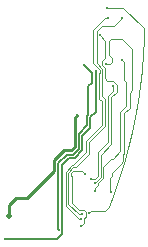
<source format=gbr>
G04 #@! TF.GenerationSoftware,KiCad,Pcbnew,7.0.10-7.0.10~ubuntu20.04.1*
G04 #@! TF.CreationDate,2024-01-02T22:15:02+00:00*
G04 #@! TF.ProjectId,yote,796f7465-2e6b-4696-9361-645f70636258,rev?*
G04 #@! TF.SameCoordinates,Original*
G04 #@! TF.FileFunction,Copper,L6,Inr*
G04 #@! TF.FilePolarity,Positive*
%FSLAX46Y46*%
G04 Gerber Fmt 4.6, Leading zero omitted, Abs format (unit mm)*
G04 Created by KiCad (PCBNEW 7.0.10-7.0.10~ubuntu20.04.1) date 2024-01-02 22:15:02*
%MOMM*%
%LPD*%
G01*
G04 APERTURE LIST*
G04 #@! TA.AperFunction,ViaPad*
%ADD10C,0.300000*%
G04 #@! TD*
G04 #@! TA.AperFunction,ViaPad*
%ADD11C,0.500000*%
G04 #@! TD*
G04 #@! TA.AperFunction,Conductor*
%ADD12C,0.110000*%
G04 #@! TD*
G04 #@! TA.AperFunction,Conductor*
%ADD13C,0.250000*%
G04 #@! TD*
G04 #@! TA.AperFunction,Conductor*
%ADD14C,0.150000*%
G04 #@! TD*
G04 APERTURE END LIST*
D10*
X29616032Y37674720D03*
X31130000Y55050000D03*
D11*
X22778778Y37417460D03*
D10*
X28572668Y45942994D03*
X28925000Y36575000D03*
X29248940Y40956028D03*
X29005000Y37596346D03*
X32400000Y54180000D03*
X31180000Y54180000D03*
X28880500Y37130984D03*
X30060000Y40230000D03*
X30500700Y52720000D03*
X27000000Y36270000D03*
X29135493Y50207003D03*
X32395834Y50631692D03*
X30060000Y39530000D03*
X31420189Y39469911D03*
X31000000Y50300000D03*
X31629500Y48417920D03*
X29739885Y40570526D03*
X22495532Y35445531D03*
X30209500Y49685523D03*
D12*
X31130000Y55050000D02*
X32480337Y55050000D01*
X32161449Y40635418D02*
X31735931Y39369036D01*
X34148349Y51110306D02*
X34040085Y49778791D01*
X32548300Y41914120D02*
X32161449Y40635418D01*
X31735931Y39369036D02*
X31309417Y38216854D01*
X34040085Y49778791D02*
X33891422Y48451124D01*
X29761312Y37820000D02*
X29616032Y37674720D01*
X32896129Y43203968D02*
X32548300Y41914120D01*
X34216122Y52444539D02*
X34148349Y51110306D01*
X34216122Y53314215D02*
X34216122Y52444539D01*
X33702504Y47128608D02*
X33473502Y45812432D01*
X33473502Y45812432D02*
X33204630Y44503827D01*
X32480337Y55050000D02*
X34216122Y53314215D01*
X33204630Y44503827D02*
X32896129Y43203968D01*
X31309417Y38216854D02*
X30912563Y37820000D01*
X30912563Y37820000D02*
X29761312Y37820000D01*
X33891422Y48451124D02*
X33702504Y47128608D01*
D13*
X28572668Y45942994D02*
X28380000Y45750326D01*
X28098110Y42989500D02*
X27464500Y42989500D01*
X28380000Y43271390D02*
X28098110Y42989500D01*
X24309500Y38949500D02*
X23382388Y38949500D01*
X23382388Y38949500D02*
X22778778Y38345890D01*
X26610000Y42135000D02*
X26610000Y41250000D01*
X22778778Y38345890D02*
X22778778Y37417460D01*
X28380000Y45750326D02*
X28380000Y43271390D01*
X27464500Y42989500D02*
X26610000Y42135000D01*
X26610000Y41250000D02*
X24309500Y38949500D01*
D12*
X28959968Y41245000D02*
X29248940Y40956028D01*
X29175000Y37237168D02*
X29299500Y37361668D01*
X28254763Y41245000D02*
X28959968Y41245000D01*
X28120000Y38545000D02*
X28120000Y40780513D01*
X28925000Y36575000D02*
X29175000Y36825000D01*
X28077332Y40823181D02*
X28077332Y41067569D01*
X28077332Y41067569D02*
X28254763Y41245000D01*
X29299500Y37361668D02*
X29299500Y37732692D01*
X28759502Y37905498D02*
X28120000Y38545000D01*
X29299500Y37732692D02*
X29126694Y37905498D01*
X28120000Y40780513D02*
X28077332Y40823181D01*
X29175000Y36825000D02*
X29175000Y37237168D01*
X29126694Y37905498D02*
X28759502Y37905498D01*
X27830000Y38460000D02*
X27830000Y41103079D01*
X31704475Y53484475D02*
X32400000Y54180000D01*
X30704502Y47560498D02*
X30704502Y49889850D01*
X30945000Y45061957D02*
X30945000Y47320000D01*
X28440000Y41540000D02*
X29595000Y42695000D01*
X27830000Y41103079D02*
X28266921Y41540000D01*
X30659475Y53484475D02*
X31704475Y53484475D01*
X29595000Y43711957D02*
X30945000Y45061957D01*
X30704502Y49889850D02*
X30220000Y50374352D01*
X28266921Y41540000D02*
X28440000Y41540000D01*
X29005000Y37596346D02*
X28693654Y37596346D01*
X29595000Y42695000D02*
X29595000Y43711957D01*
X30220000Y50374352D02*
X30220000Y53045000D01*
X28693654Y37596346D02*
X27830000Y38460000D01*
X30945000Y47320000D02*
X30704502Y47560498D01*
X30220000Y53045000D02*
X30659475Y53484475D01*
X28184079Y41740000D02*
X28249539Y41740000D01*
X27595000Y38279464D02*
X27595000Y41150921D01*
X30490700Y49569046D02*
X30490700Y49820809D01*
X29945000Y53175000D02*
X30951502Y54181502D01*
X28880500Y37130984D02*
X28743480Y37130984D01*
X28249539Y41740000D02*
X29320000Y42810461D01*
X30951502Y54181502D02*
X31180000Y54181502D01*
X29945000Y50366509D02*
X29945000Y53175000D01*
X30445000Y49523346D02*
X30490700Y49569046D01*
X30670000Y47120000D02*
X30445000Y47345000D01*
X27595000Y41150921D02*
X28184079Y41740000D01*
X30490700Y49820809D02*
X29945000Y50366509D01*
X28743480Y37130984D02*
X27595000Y38279464D01*
X29320000Y42810461D02*
X29320000Y43795000D01*
X30670000Y45145000D02*
X30670000Y47120000D01*
X30445000Y47345000D02*
X30445000Y49523346D01*
X29320000Y43795000D02*
X30670000Y45145000D01*
X31598324Y48866290D02*
X31924500Y48540114D01*
X31440000Y47470000D02*
X31440000Y43490000D01*
X30945000Y52275700D02*
X30945000Y50802194D01*
X30904502Y49972692D02*
X30904502Y49085498D01*
X30705000Y50172194D02*
X30904502Y49972692D01*
X30904502Y49085498D02*
X31123710Y48866290D01*
X31440000Y43490000D02*
X30563086Y42613086D01*
X30563086Y42613086D02*
X30563085Y40733085D01*
X31123710Y48866290D02*
X31598324Y48866290D01*
X30500700Y52720000D02*
X30945000Y52275700D01*
X31924500Y47954500D02*
X31440000Y47470000D01*
X30563085Y40733085D02*
X30060000Y40230000D01*
X31924500Y48540114D02*
X31924500Y47954500D01*
X30705000Y50562194D02*
X30705000Y50172194D01*
X30945000Y50802194D02*
X30705000Y50562194D01*
D14*
X29455000Y45119522D02*
X29455000Y45890869D01*
X26972500Y36297500D02*
X26972500Y41897500D01*
X28220000Y42620000D02*
X28720000Y43120000D01*
X29532484Y48395585D02*
X29820000Y48683101D01*
X27000000Y36270000D02*
X26972500Y36297500D01*
X29455000Y45890869D02*
X29532484Y45968353D01*
X26972500Y41897500D02*
X27695000Y42620000D01*
X29820000Y49522496D02*
X29135493Y50207003D01*
X28720000Y44384522D02*
X29455000Y45119522D01*
X29820000Y48683101D02*
X29820000Y49522496D01*
X27695000Y42620000D02*
X28220000Y42620000D01*
X28720000Y43120000D02*
X28720000Y44384522D01*
X29532484Y45968353D02*
X29532484Y48395585D01*
D12*
X30060000Y39530000D02*
X30060000Y39760000D01*
X32697741Y48767259D02*
X32530000Y48935000D01*
X30355000Y40055000D02*
X30355000Y40242158D01*
X31427806Y42264500D02*
X31589500Y42264500D01*
X30060000Y39760000D02*
X30355000Y40055000D01*
X32530000Y48935000D02*
X32530000Y50497526D01*
X30763086Y41605508D02*
X31424942Y42267364D01*
X31589500Y42264500D02*
X32245000Y42920000D01*
X31424942Y42267364D02*
X31427806Y42264500D01*
X32245000Y42920000D02*
X32245000Y46247842D01*
X30355000Y40242158D02*
X30763085Y40650243D01*
X32530000Y50497526D02*
X32395834Y50631692D01*
X32245000Y46247842D02*
X32697741Y46700583D01*
X32697741Y46700583D02*
X32697741Y48767259D01*
X30763085Y40650243D02*
X30763086Y41605508D01*
X31350000Y50300000D02*
X31000000Y50300000D01*
X32397194Y52440000D02*
X31465000Y52440000D01*
X32420000Y42617566D02*
X32572272Y42769838D01*
X31493740Y41076410D02*
X32345230Y41927900D01*
X31320934Y40677001D02*
X31493740Y40849807D01*
X31267194Y52242194D02*
X31267194Y51072806D01*
X32572272Y46147272D02*
X33020000Y46595000D01*
X31465000Y52440000D02*
X31267194Y52242194D01*
X31420189Y39469911D02*
X31320934Y39569166D01*
X31267194Y51072806D02*
X31545000Y50795000D01*
X33258492Y51578702D02*
X32397194Y52440000D01*
X33020000Y47850000D02*
X33258492Y48088492D01*
X31320934Y39569166D02*
X31320934Y40677001D01*
X32345230Y41927900D02*
X32420000Y42205169D01*
X33258492Y48088492D02*
X33258492Y51578702D01*
X31545000Y50495000D02*
X31350000Y50300000D01*
X31493740Y40849807D02*
X31493740Y41076410D01*
X32420000Y42205169D02*
X32420000Y42617566D01*
X33020000Y46595000D02*
X33020000Y47850000D01*
X32572272Y42769838D02*
X32572272Y46147272D01*
X31545000Y50795000D02*
X31545000Y50495000D01*
X31629500Y48417920D02*
X31629500Y47979500D01*
X30117720Y40570526D02*
X29739885Y40570526D01*
X31195000Y43645000D02*
X30355000Y42805000D01*
X31629500Y47979500D02*
X31195000Y47545000D01*
X31195000Y47545000D02*
X31195000Y43645000D01*
X30355000Y42805000D02*
X30355000Y40807806D01*
X30355000Y40807806D02*
X30117720Y40570526D01*
D14*
X26895531Y35445531D02*
X22495532Y35445531D01*
X30209500Y49685523D02*
X30170000Y49646023D01*
X30170000Y46266457D02*
X29695000Y45791457D01*
X29695000Y45791457D02*
X29695000Y44870000D01*
X28370000Y42320000D02*
X27854524Y42320000D01*
X29020000Y42970000D02*
X28370000Y42320000D01*
X29695000Y44870000D02*
X29020000Y44195000D01*
X27315000Y35865000D02*
X26895531Y35445531D01*
X30170000Y49646023D02*
X30170000Y46266457D01*
X27854524Y42320000D02*
X27315000Y41780476D01*
X27315000Y41780476D02*
X27315000Y35865000D01*
X29020000Y44195000D02*
X29020000Y42970000D01*
M02*

</source>
